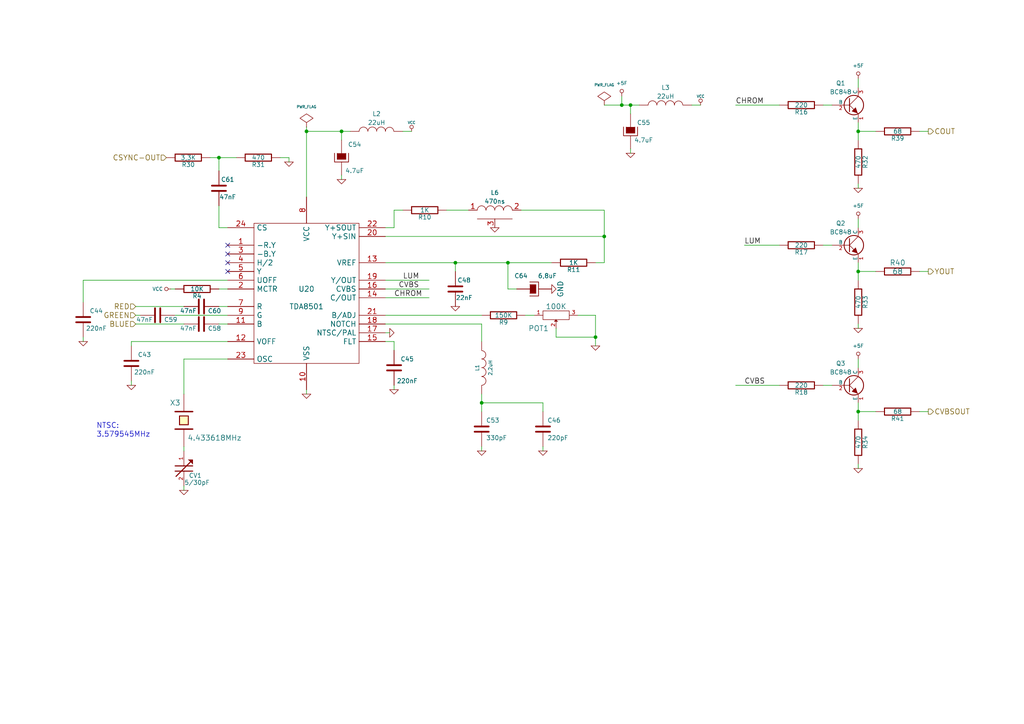
<source format=kicad_sch>
(kicad_sch (version 20231120) (generator "eeschema") (generator_version "8.0")
  (paper "A4")
  (title_block (title "Video") (date "Sun 22 Mar 2015") (rev "2.0B") (company "Kicad EDA"))
  (lib_symbols
    (symbol "video_schlib:+5F" (power) (pin_names (offset 0))
      (property "Value" "+5F" (at 0 2.54 0))
      (symbol "+5F_0_0"
        (pin power_in line (at 0 0 90) (length 0) hide (name "+5F") (number "1"))
      )
      (symbol "+5F_0_1"
        (polyline (pts (xy 0 0) (xy 0 1.016) (xy 0 1.016)))
        (circle (center 0 1.524) (radius 0.508))
      )
    )
    (symbol "video_schlib:C" (pin_numbers hide) (pin_names (offset 0.254))
      (property "Reference" "C" (at 0 2.54 0))
      (property "Value" "C" (at 0.1524 -2.159 0))
      (symbol "C_0_1"
        (polyline (pts (xy -2.032 -0.762) (xy 2.032 -0.762)) (stroke (width 0.508)))
        (polyline (pts (xy -2.032 0.762) (xy 2.032 0.762)) (stroke (width 0.508)))
      )
      (symbol "C_1_1"
        (pin passive line (at 0 5.08 270) (length 4.318) (name "~") (number "1"))
        (pin passive line (at 0 -5.08 90) (length 4.318) (name "~") (number "2"))
      )
    )
    (symbol "video_schlib:CP" (pin_numbers hide) (pin_names (offset 0.254) hide)
      (property "Reference" "C" (at 1.27 2.54 0))
      (property "Value" "CP" (at 1.27 -2.54 0))
      (symbol "CP_0_1"
        (polyline (pts (xy -2.032 1.27) (xy -2.032 -1.27) (xy 2.032 -1.27) (xy 2.032 1.27)) (stroke (width 0.2032)))
        (polyline (pts (xy -1.27 1.27) (xy -1.27 -0.508) (xy 1.27 -0.508) (xy 1.27 1.27)) (fill (type outline)))
      )
      (symbol "CP_1_1"
        (pin passive line (at 0 5.08 270) (length 3.81) (name "~") (number "1"))
        (pin passive line (at 0 -5.08 90) (length 3.81) (name "~") (number "2"))
      )
    )
    (symbol "video_schlib:CRYSTAL" (pin_numbers hide) (pin_names (offset 1.016) hide)
      (property "Reference" "X" (at 0 3.81 0))
      (property "Value" "CRYSTAL" (at 0 -3.81 0))
      (symbol "CRYSTAL_0_1"
        (polyline (pts (xy -2.54 2.54) (xy -2.54 -2.54)) (stroke (width 0.4064)))
        (polyline (pts (xy 2.54 2.54) (xy 2.54 -2.54)) (stroke (width 0.4064)))
        (polyline (pts (xy -1.27 1.27) (xy 1.27 1.27) (xy 1.27 -1.27) (xy -1.27 -1.27) (xy -1.27 1.27)) (stroke (width 0.3048)) (fill (type background)))
      )
      (symbol "CRYSTAL_1_1"
        (pin passive line (at -7.62 0 0) (length 5.08) (name "1") (number "1"))
        (pin passive line (at 7.62 0 180) (length 5.08) (name "2") (number "2"))
      )
    )
    (symbol "video_schlib:CTRIM" (pin_names (offset 0.254))
      (property "Reference" "C" (at 3.302 -2.032 0))
      (property "Value" "CTRIM" (at 3.81 -4.064 0))
      (symbol "CTRIM_0_1"
        (polyline (pts (xy -2.54 -0.762) (xy 2.54 -0.762)) (stroke (width 0.3048)))
        (polyline (pts (xy -2.54 0.762) (xy 2.54 0.762)) (stroke (width 0.3048)))
        (polyline (pts (xy -2.286 -2.286) (xy 1.905 1.905)) (stroke (width 0.3048)))
        (polyline (pts (xy 1.27 2.54) (xy 2.54 2.54) (xy 2.54 1.27)) (fill (type outline)))
      )
      (symbol "CTRIM_1_1"
        (pin passive line (at 0 5.08 270) (length 4.318) (name "~") (number "1"))
        (pin passive line (at 0 -5.08 90) (length 4.318) (name "~") (number "2"))
      )
    )
    (symbol "video_schlib:GND" (power) (pin_names (offset 0))
      (symbol "GND_0_1"
        (polyline (pts (xy -1.27 0) (xy 0 -1.27) (xy 1.27 0) (xy -1.27 0)))
      )
      (symbol "GND_1_1"
        (pin power_in line (at 0 0 90) (length 0) hide (name "GND") (number "1"))
      )
    )
    (symbol "video_schlib:INDUCTOR" (pin_numbers hide) (pin_names (offset 1.016) hide)
      (property "Reference" "L" (at -1.27 0 90))
      (property "Value" "INDUCTOR" (at 2.54 0 90))
      (symbol "INDUCTOR_0_1"
        (arc (start 0.0254 -5.0546) (mid 1.245 -3.7973) (end 0.0254 -2.54))
        (arc (start 0.0254 -2.5146) (mid 1.2704 -1.2319) (end 0.0254 0.0508))
        (arc (start 0.0254 0.0254) (mid 1.2704 1.3081) (end 0.0254 2.5908))
        (arc (start 0.0254 2.5654) (mid 1.1942 3.7719) (end 0.0254 4.9784))
      )
      (symbol "INDUCTOR_1_1"
        (pin passive line (at 0 7.62 270) (length 2.54) (name "1") (number "1"))
        (pin passive line (at 0 -7.62 90) (length 2.54) (name "2") (number "2"))
      )
    )
    (symbol "video_schlib:LIGNE_A_RETARD" (pin_names (offset 1.016) hide)
      (property "Reference" "L" (at 0 2.54 0))
      (property "Value" "LIGNE_A_RETARD" (at 0 -2.54 0))
      (symbol "LIGNE_A_RETARD_0_1"
        (arc (start 0 -5.0546) (mid 0.8839 -4.6863) (end 1.27 -3.81))
        (arc (start 0 -2.5146) (mid 0.8839 -2.1463) (end 1.27 -1.27))
        (polyline (pts (xy -2.54 5.08) (xy -2.54 -5.08)))
        (arc (start 0 0.0254) (mid 0.8839 0.3937) (end 1.27 1.27))
        (arc (start 0 2.5654) (mid 0.8839 2.9337) (end 1.27 3.81))
        (arc (start 1.27 -3.81) (mid 0.898 -2.912) (end 0 -2.54))
        (arc (start 1.27 -1.27) (mid 0.898 -0.372) (end 0 0))
        (arc (start 1.27 1.27) (mid 0.898 2.168) (end 0 2.54))
        (arc (start 1.27 3.81) (mid 0.898 4.708) (end 0 5.08))
      )
      (symbol "LIGNE_A_RETARD_1_1"
        (pin passive line (at 0 7.62 270) (length 2.54) (name "1") (number "1"))
        (pin passive line (at 0 -7.62 90) (length 2.54) (name "2") (number "2"))
        (pin input line (at -5.08 0 0) (length 2.54) (name "COMMUN") (number "3"))
      )
    )
    (symbol "video_schlib:NPN" (pin_names (offset 0))
      (property "Reference" "Q" (at 0 -3.81 0))
      (property "Value" "NPN" (at 0 3.81 0))
      (symbol "NPN_0_1"
        (polyline (pts (xy 0 0) (xy 2.54 2.54)))
        (polyline (pts (xy 0 1.905) (xy 0 -1.905) (xy 0 -1.905)) (stroke (width 0.254)))
        (polyline (pts (xy 1.27 -1.27) (xy 0 0) (xy 0 0)))
        (polyline (pts (xy 2.286 -2.286) (xy 2.54 -2.54) (xy 2.54 -2.54)))
        (polyline (pts (xy 2.286 -2.286) (xy 1.778 -0.762) (xy 0.762 -1.778) (xy 2.286 -2.286) (xy 2.286 -2.286)) (fill (type outline)))
        (circle (center 1.27 0) (radius 2.8194) (stroke (width 0.254)))
      )
      (symbol "NPN_1_1"
        (pin passive line (at 2.54 -5.08 90) (length 2.54) (name "E") (number "1"))
        (pin input line (at -5.08 0 0) (length 5.08) (name "B") (number "2"))
        (pin passive line (at 2.54 5.08 270) (length 2.54) (name "C") (number "3"))
      )
    )
    (symbol "video_schlib:POT" (pin_names (offset 1.016) hide)
      (property "Reference" "RV" (at 0 -2.54 0))
      (property "Value" "POT" (at 0 0 0))
      (symbol "POT_0_1"
        (rectangle (start -3.81 1.27) (end 3.81 -1.27))
        (polyline (pts (xy 0 1.27) (xy -0.508 1.778) (xy 0.508 1.778)) (fill (type outline)))
      )
      (symbol "POT_1_1"
        (pin passive line (at -6.35 0 0) (length 2.54) (name "1") (number "1"))
        (pin passive line (at 0 3.81 270) (length 2.032) (name "2") (number "2"))
        (pin passive line (at 6.35 0 180) (length 2.54) (name "3") (number "3"))
      )
    )
    (symbol "video_schlib:PWR_FLAG" (power) (pin_numbers hide) (pin_names (offset 0) hide)
      (property "Value" "PWR_FLAG" (at 0 4.572 0))
      (symbol "PWR_FLAG_0_0"
        (pin power_out line (at 0 0 90) (length 0) (name "pwr") (number "1"))
      )
      (symbol "PWR_FLAG_0_1"
        (polyline (pts (xy 0 0) (xy 0 1.27) (xy -1.905 2.54) (xy 0 3.81) (xy 1.905 2.54) (xy 0 1.27)))
      )
    )
    (symbol "video_schlib:R" (pin_numbers hide) (pin_names (offset 0))
      (property "Reference" "R" (at 2.032 0 90))
      (property "Value" "R" (at 0.1778 0.0254 90))
      (symbol "R_0_1"
        (rectangle (start -1.016 3.81) (end 1.016 -3.81) (stroke (width 0.3048)))
      )
      (symbol "R_1_1"
        (pin passive line (at 0 6.35 270) (length 2.54) (name "~") (number "1"))
        (pin passive line (at 0 -6.35 90) (length 2.54) (name "~") (number "2"))
      )
    )
    (symbol "video_schlib:TDA8501" (pin_names (offset 0.762))
      (property "Reference" "U" (at 8.89 24.13 0))
      (property "Value" "TDA8501" (at 8.89 -21.59 0))
      (symbol "TDA8501_0_1"
        (rectangle (start -15.24 21.59) (end 15.24 -19.05))
      )
      (symbol "TDA8501_1_1"
        (pin input line (at -22.86 15.24 0) (length 7.62) (name "-R.Y") (number "1"))
        (pin input line (at 0 -26.67 90) (length 7.62) (name "VSS") (number "10"))
        (pin input line (at -22.86 -7.62 0) (length 7.62) (name "B") (number "11"))
        (pin output line (at -22.86 -12.7 0) (length 7.62) (name "VOFF") (number "12"))
        (pin output line (at 22.86 10.16 180) (length 7.62) (name "VREF") (number "13"))
        (pin output line (at 22.86 0 180) (length 7.62) (name "C/OUT") (number "14"))
        (pin passive line (at 22.86 -12.7 180) (length 7.62) (name "FLT") (number "15"))
        (pin output line (at 22.86 2.54 180) (length 7.62) (name "CVBS") (number "16"))
        (pin input line (at 22.86 -10.16 180) (length 7.62) (name "NTSC/PAL") (number "17"))
        (pin input line (at 22.86 -7.62 180) (length 7.62) (name "NOTCH") (number "18"))
        (pin output line (at 22.86 5.08 180) (length 7.62) (name "Y/OUT") (number "19"))
        (pin input line (at -22.86 2.54 0) (length 7.62) (name "MCTR") (number "2"))
        (pin input line (at 22.86 17.78 180) (length 7.62) (name "Y+SIN") (number "20"))
        (pin passive line (at 22.86 -5.08 180) (length 7.62) (name "B/ADJ") (number "21"))
        (pin output line (at 22.86 20.32 180) (length 7.62) (name "Y+SOUT") (number "22"))
        (pin output line (at -22.86 -17.78 0) (length 7.62) (name "OSC") (number "23"))
        (pin input line (at -22.86 20.32 0) (length 7.62) (name "CS") (number "24"))
        (pin input line (at -22.86 12.7 0) (length 7.62) (name "-B.Y") (number "3"))
        (pin bidirectional line (at -22.86 10.16 0) (length 7.62) (name "H/2") (number "4"))
        (pin input line (at -22.86 7.62 0) (length 7.62) (name "Y") (number "5"))
        (pin output line (at -22.86 5.08 0) (length 7.62) (name "UOFF") (number "6"))
        (pin input line (at -22.86 -2.54 0) (length 7.62) (name "R") (number "7"))
        (pin input line (at 0 29.21 270) (length 7.62) (name "VCC") (number "8"))
        (pin input line (at -22.86 -5.08 0) (length 7.62) (name "G") (number "9"))
      )
    )
    (symbol "video_schlib:VCC" (power) (pin_names (offset 0))
      (property "Value" "VCC" (at 0 2.54 0))
      (symbol "VCC_0_0"
        (pin power_in line (at 0 0 90) (length 0) hide (name "VCC") (number "1"))
      )
      (symbol "VCC_0_1"
        (polyline (pts (xy 0 0) (xy 0 0.762) (xy 0 0.762)))
        (circle (center 0 1.27) (radius 0.508))
      )
    )
  )
  (junction (at 99.06 38.1) (diameter 0.9144))
  (junction (at 182.88 30.48) (diameter 0.9144))
  (junction (at 175.26 68.58) (diameter 0.9144))
  (junction (at 180.34 30.48) (diameter 0.9144))
  (junction (at 147.32 76.2) (diameter 0.9144))
  (junction (at 248.92 38.1) (diameter 0.9144))
  (junction (at 63.5 45.72) (diameter 0.9144))
  (junction (at 132.08 76.2) (diameter 0.9144))
  (junction (at 172.72 97.79) (diameter 0.9144))
  (junction (at 139.7 116.84) (diameter 0.9144))
  (junction (at 88.9 38.1) (diameter 0.9144))
  (junction (at 248.92 119.38) (diameter 0.9144))
  (junction (at 248.92 78.74) (diameter 0.9144))
  (no_connect (at 66.04 76.2))
  (no_connect (at 66.04 73.66))
  (no_connect (at 66.04 78.74))
  (no_connect (at 66.04 71.12))
  (wire (pts (xy 147.32 83.82) (xy 149.86 83.82)))
  (wire (pts (xy 66.04 81.28) (xy 24.13 81.28)))
  (wire (pts (xy 248.92 116.84) (xy 248.92 119.38)))
  (wire (pts (xy 139.7 93.98) (xy 139.7 99.06)))
  (wire (pts (xy 99.06 38.1) (xy 101.6 38.1)))
  (wire (pts (xy 111.76 83.82) (xy 124.46 83.82)))
  (wire (pts (xy 175.26 68.58) (xy 175.26 76.2)))
  (wire (pts (xy 38.1 99.06) (xy 66.04 99.06)))
  (wire (pts (xy 114.3 99.06) (xy 114.3 101.6)))
  (wire (pts (xy 248.92 76.2) (xy 248.92 78.74)))
  (wire (pts (xy 88.9 114.3) (xy 88.9 113.03)))
  (wire (pts (xy 38.1 111.76) (xy 38.1 110.49)))
  (wire (pts (xy 157.48 119.38) (xy 157.48 116.84)))
  (wire (pts (xy 132.08 76.2) (xy 132.08 78.74)))
  (wire (pts (xy 66.04 104.14) (xy 53.34 104.14)))
  (wire (pts (xy 180.34 30.48) (xy 182.88 30.48)))
  (wire (pts (xy 248.92 104.14) (xy 248.92 106.68)))
  (wire (pts (xy 53.34 130.81) (xy 53.34 129.54)))
  (wire (pts (xy 182.88 44.45) (xy 182.88 43.18)))
  (wire (pts (xy 266.7 119.38) (xy 269.24 119.38)))
  (wire (pts (xy 215.9 71.12) (xy 226.06 71.12)))
  (wire (pts (xy 116.84 60.96) (xy 114.3 60.96)))
  (wire (pts (xy 83.82 45.72) (xy 81.28 45.72)))
  (wire (pts (xy 111.76 86.36) (xy 124.46 86.36)))
  (wire (pts (xy 175.26 60.96) (xy 175.26 68.58)))
  (wire (pts (xy 147.32 76.2) (xy 147.32 83.82)))
  (wire (pts (xy 172.72 97.79) (xy 172.72 91.44)))
  (wire (pts (xy 248.92 22.86) (xy 248.92 25.4)))
  (wire (pts (xy 88.9 36.83) (xy 88.9 38.1)))
  (wire (pts (xy 139.7 114.3) (xy 139.7 116.84)))
  (wire (pts (xy 111.76 76.2) (xy 132.08 76.2)))
  (wire (pts (xy 157.48 116.84) (xy 139.7 116.84)))
  (wire (pts (xy 40.64 91.44) (xy 39.37 91.44)))
  (wire (pts (xy 99.06 38.1) (xy 99.06 40.64)))
  (wire (pts (xy 248.92 119.38) (xy 248.92 121.92)))
  (wire (pts (xy 88.9 38.1) (xy 88.9 57.15)))
  (wire (pts (xy 248.92 63.5) (xy 248.92 66.04)))
  (wire (pts (xy 88.9 38.1) (xy 99.06 38.1)))
  (wire (pts (xy 99.06 52.07) (xy 99.06 50.8)))
  (wire (pts (xy 66.04 88.9) (xy 63.5 88.9)))
  (wire (pts (xy 24.13 99.06) (xy 24.13 97.79)))
  (wire (pts (xy 161.29 97.79) (xy 172.72 97.79)))
  (wire (pts (xy 63.5 45.72) (xy 68.58 45.72)))
  (wire (pts (xy 266.7 78.74) (xy 269.24 78.74)))
  (wire (pts (xy 114.3 113.03) (xy 114.3 111.76)))
  (wire (pts (xy 114.3 60.96) (xy 114.3 66.04)))
  (wire (pts (xy 161.29 95.25) (xy 161.29 97.79)))
  (wire (pts (xy 114.3 66.04) (xy 111.76 66.04)))
  (wire (pts (xy 111.76 81.28) (xy 124.46 81.28)))
  (wire (pts (xy 49.53 83.82) (xy 50.8 83.82)))
  (wire (pts (xy 213.36 111.76) (xy 226.06 111.76)))
  (wire (pts (xy 182.88 30.48) (xy 182.88 33.02)))
  (wire (pts (xy 152.4 91.44) (xy 154.94 91.44)))
  (wire (pts (xy 248.92 38.1) (xy 254 38.1)))
  (wire (pts (xy 63.5 66.04) (xy 66.04 66.04)))
  (wire (pts (xy 172.72 91.44) (xy 167.64 91.44)))
  (wire (pts (xy 116.84 38.1) (xy 119.38 38.1)))
  (wire (pts (xy 111.76 93.98) (xy 139.7 93.98)))
  (wire (pts (xy 139.7 130.81) (xy 139.7 129.54)))
  (wire (pts (xy 113.03 96.52) (xy 111.76 96.52)))
  (wire (pts (xy 53.34 93.98) (xy 39.37 93.98)))
  (wire (pts (xy 132.08 76.2) (xy 147.32 76.2)))
  (wire (pts (xy 248.92 38.1) (xy 248.92 40.64)))
  (wire (pts (xy 248.92 35.56) (xy 248.92 38.1)))
  (wire (pts (xy 248.92 78.74) (xy 248.92 81.28)))
  (wire (pts (xy 175.26 76.2) (xy 172.72 76.2)))
  (wire (pts (xy 238.76 71.12) (xy 241.3 71.12)))
  (wire (pts (xy 269.24 38.1) (xy 266.7 38.1)))
  (wire (pts (xy 53.34 88.9) (xy 39.37 88.9)))
  (wire (pts (xy 63.5 45.72) (xy 63.5 49.53)))
  (wire (pts (xy 66.04 93.98) (xy 63.5 93.98)))
  (wire (pts (xy 111.76 99.06) (xy 114.3 99.06)))
  (wire (pts (xy 66.04 91.44) (xy 50.8 91.44)))
  (wire (pts (xy 248.92 95.25) (xy 248.92 93.98)))
  (wire (pts (xy 238.76 111.76) (xy 241.3 111.76)))
  (wire (pts (xy 248.92 135.89) (xy 248.92 134.62)))
  (wire (pts (xy 83.82 46.99) (xy 83.82 45.72)))
  (wire (pts (xy 151.13 60.96) (xy 175.26 60.96)))
  (wire (pts (xy 200.66 30.48) (xy 203.2 30.48)))
  (wire (pts (xy 63.5 59.69) (xy 63.5 66.04)))
  (wire (pts (xy 24.13 81.28) (xy 24.13 87.63)))
  (wire (pts (xy 248.92 54.61) (xy 248.92 53.34)))
  (wire (pts (xy 248.92 78.74) (xy 254 78.74)))
  (wire (pts (xy 213.36 30.48) (xy 226.06 30.48)))
  (wire (pts (xy 111.76 91.44) (xy 139.7 91.44)))
  (wire (pts (xy 147.32 76.2) (xy 160.02 76.2)))
  (wire (pts (xy 111.76 68.58) (xy 175.26 68.58)))
  (wire (pts (xy 172.72 100.33) (xy 172.72 97.79)))
  (wire (pts (xy 38.1 100.33) (xy 38.1 99.06)))
  (wire (pts (xy 248.92 119.38) (xy 254 119.38)))
  (wire (pts (xy 180.34 30.48) (xy 180.34 27.94)))
  (wire (pts (xy 238.76 30.48) (xy 241.3 30.48)))
  (wire (pts (xy 63.5 83.82) (xy 66.04 83.82)))
  (wire (pts (xy 60.96 45.72) (xy 63.5 45.72)))
  (wire (pts (xy 182.88 30.48) (xy 185.42 30.48)))
  (wire (pts (xy 139.7 116.84) (xy 139.7 119.38)))
  (wire (pts (xy 53.34 104.14) (xy 53.34 114.3)))
  (wire (pts (xy 129.54 60.96) (xy 135.89 60.96)))
  (wire (pts (xy 175.26 30.48) (xy 180.34 30.48)))
  (wire (pts (xy 53.34 142.24) (xy 53.34 140.97)))
  (wire (pts (xy 157.48 129.54) (xy 157.48 130.81)))
  (text "3.579545MHz" (at 27.94 127 0) (effects (font (size 1.524 1.524)) (justify left bottom)))
  (text "NTSC:" (at 27.94 124.46 0) (effects (font (size 1.524 1.524)) (justify left bottom)))
  (label "CHROM" (at 114.3 86.36 0) (effects (font (size 1.524 1.524))))
  (label "LUM" (at 116.84 81.28 0) (effects (font (size 1.524 1.524))))
  (label "CVBS" (at 115.57 83.82 0) (effects (font (size 1.524 1.524))))
  (label "CVBS" (at 215.9 111.76 0) (effects (font (size 1.524 1.524))))
  (label "LUM" (at 215.9 71.12 0) (effects (font (size 1.524 1.524))))
  (label "CHROM" (at 213.36 30.48 0) (effects (font (size 1.524 1.524))))
  (hierarchical_label "BLUE" (shape input) (at 39.37 93.98 180) (effects (font (size 1.524 1.524))))
  (hierarchical_label "COUT" (shape output) (at 269.24 38.1 0) (effects (font (size 1.524 1.524))))
  (hierarchical_label "CVBSOUT" (shape output) (at 269.24 119.38 0) (effects (font (size 1.524 1.524))))
  (hierarchical_label "CSYNC-OUT" (shape input) (at 48.26 45.72 180) (effects (font (size 1.524 1.524))))
  (hierarchical_label "YOUT" (shape output) (at 269.24 78.74 0) (effects (font (size 1.524 1.524))))
  (hierarchical_label "RED" (shape input) (at 39.37 88.9 180) (effects (font (size 1.524 1.524))))
  (hierarchical_label "GREEN" (shape input) (at 39.37 91.44 180) (effects (font (size 1.524 1.524))))
  (symbol (lib_id "video_schlib:TDA8501") (at 88.9 86.36 0) (unit 1)
    (property "Reference" "U20" (at 88.9 83.82 0) (effects (font (size 1.524 1.524))))
    (property "Value" "TDA8501" (at 88.9 88.9 0) (effects (font (size 1.524 1.524))))
    (property "Footprint" "Package_SO:SOIC-24W_7.5x15.4mm_P1.27mm" (effects (hide yes)))
  )
  (symbol (lib_id "video_schlib:C") (at 58.42 93.98 270) (unit 1)
    (property "Reference" "C58" (at 62.23 95.25 90))
    (property "Value" "47nF" (at 54.61 95.25 90))
    (property "Footprint" "Resistor_SMD:R_1206_3216Metric_Pad1.24x1.80mm_HandSolder" (effects (hide yes)))
  )
  (symbol (lib_id "video_schlib:C") (at 45.72 91.44 270) (unit 1)
    (property "Reference" "C59" (at 49.53 92.71 90))
    (property "Value" "47nF" (at 41.91 92.71 90))
    (property "Footprint" "Resistor_SMD:R_1206_3216Metric_Pad1.24x1.80mm_HandSolder" (effects (hide yes)))
  )
  (symbol (lib_id "video_schlib:C") (at 58.42 88.9 270) (unit 1)
    (property "Reference" "C60" (at 62.23 90.17 90))
    (property "Value" "47nF" (at 54.61 90.17 90))
    (property "Footprint" "Resistor_SMD:R_1206_3216Metric_Pad1.24x1.80mm_HandSolder" (effects (hide yes)))
  )
  (symbol (lib_id "video_schlib:GND") (at 88.9 114.3 0) (unit 1)
    (property "Reference" "#GND012" (effects (hide yes)))
    (property "Value" "GND" (effects (hide yes)))
  )
  (symbol (lib_id "video_schlib:INDUCTOR") (at 109.22 38.1 270) (mirror x) (unit 1)
    (property "Reference" "L2" (at 109.22 33.02 90))
    (property "Value" "22uH" (at 109.22 35.56 90))
    (property "Footprint" "Resistor_SMD:R_1812_4532Metric_Pad1.24x3.50mm_HandSolder" (effects (hide yes)))
  )
  (symbol (lib_id "video_schlib:CP") (at 99.06 45.72 0) (unit 1)
    (property "Reference" "C54" (at 102.87 41.91 0))
    (property "Value" "4.7uF" (at 102.87 49.53 0))
    (property "Footprint" "Resistor_SMD:R_1206_3216Metric_Pad1.24x1.80mm_HandSolder" (effects (hide yes)))
  )
  (symbol (lib_id "video_schlib:GND") (at 99.06 52.07 0) (unit 1)
    (property "Reference" "#GND013" (effects (hide yes)))
    (property "Value" "GND" (effects (hide yes)))
  )
  (symbol (lib_id "video_schlib:R") (at 123.19 60.96 270) (unit 1)
    (property "Reference" "R10" (at 123.19 62.992 90))
    (property "Value" "1K" (at 123.19 60.96 90))
    (property "Footprint" "Resistor_SMD:R_1206_3216Metric_Pad1.24x1.80mm_HandSolder" (effects (hide yes)))
  )
  (symbol (lib_id "video_schlib:C") (at 63.5 54.61 0) (unit 1)
    (property "Reference" "C61" (at 66.04 52.07 0))
    (property "Value" "47nF" (at 66.04 57.15 0))
    (property "Footprint" "Resistor_SMD:R_1206_3216Metric_Pad1.24x1.80mm_HandSolder" (effects (hide yes)))
  )
  (symbol (lib_id "video_schlib:C") (at 38.1 105.41 0) (unit 1)
    (property "Reference" "C43" (at 41.91 102.87 0))
    (property "Value" "220nF" (at 41.91 107.95 0))
    (property "Footprint" "Resistor_SMD:R_1206_3216Metric_Pad1.24x1.80mm_HandSolder" (effects (hide yes)))
  )
  (symbol (lib_id "video_schlib:GND") (at 38.1 111.76 0) (unit 1)
    (property "Reference" "#GND014" (effects (hide yes)))
    (property "Value" "GND" (effects (hide yes)))
  )
  (symbol (lib_id "video_schlib:C") (at 24.13 92.71 0) (unit 1)
    (property "Reference" "C44" (at 27.94 90.17 0))
    (property "Value" "220nF" (at 27.94 95.25 0))
    (property "Footprint" "Resistor_SMD:R_1206_3216Metric_Pad1.24x1.80mm_HandSolder" (effects (hide yes)))
  )
  (symbol (lib_id "video_schlib:GND") (at 24.13 99.06 0) (unit 1)
    (property "Reference" "#GND015" (effects (hide yes)))
    (property "Value" "GND" (effects (hide yes)))
  )
  (symbol (lib_id "video_schlib:CRYSTAL") (at 53.34 121.92 90) (unit 1)
    (property "Reference" "X3" (at 50.8 116.84 90) (effects (font (size 1.524 1.524))))
    (property "Value" "4.433618MHz" (at 62.23 127 90) (effects (font (size 1.524 1.524))))
    (property "Footprint" "Crystal:Crystal_HC18-U_Horizontal" (effects (hide yes)))
  )
  (symbol (lib_id "video_schlib:CTRIM") (at 53.34 135.89 0) (unit 1)
    (property "Reference" "CV1" (at 56.642 137.922 0))
    (property "Value" "5/30pF" (at 57.15 139.954 0))
    (property "Footprint" "Discret:CV3-30PF" (effects (hide yes)))
  )
  (symbol (lib_id "video_schlib:GND") (at 53.34 142.24 0) (unit 1)
    (property "Reference" "#GND016" (effects (hide yes)))
    (property "Value" "GND" (effects (hide yes)))
  )
  (symbol (lib_id "video_schlib:R") (at 166.37 76.2 270) (unit 1)
    (property "Reference" "R11" (at 166.37 78.232 90))
    (property "Value" "1K" (at 166.37 76.2 90))
    (property "Footprint" "Resistor_SMD:R_1206_3216Metric_Pad1.24x1.80mm_HandSolder" (effects (hide yes)))
  )
  (symbol (lib_id "video_schlib:CP") (at 154.94 83.82 90) (unit 1)
    (property "Reference" "C64" (at 151.13 80.01 90))
    (property "Value" "6,8uF" (at 158.75 80.01 90))
    (property "Footprint" "Resistor_SMD:R_1210_3225Metric_Pad1.24x2.70mm_HandSolder" (effects (hide yes)))
  )
  (symbol (lib_id "video_schlib:GND") (at 160.02 83.82 90) (unit 1)
    (property "Reference" "#GND017" (effects (hide yes)))
    (property "Value" "GND" (at 162.56 83.82 0) (effects (font (size 1.524 1.524))))
  )
  (symbol (lib_id "video_schlib:C") (at 132.08 83.82 180) (unit 1)
    (property "Reference" "C48" (at 134.62 81.28 0))
    (property "Value" "22nF" (at 134.62 86.36 0))
    (property "Footprint" "Resistor_SMD:R_1206_3216Metric_Pad1.24x1.80mm_HandSolder" (effects (hide yes)))
  )
  (symbol (lib_id "video_schlib:GND") (at 132.08 88.9 0) (unit 1)
    (property "Reference" "#GND018" (effects (hide yes)))
    (property "Value" "GND" (effects (hide yes)))
  )
  (symbol (lib_id "video_schlib:C") (at 114.3 106.68 0) (unit 1)
    (property "Reference" "C45" (at 118.11 104.14 0))
    (property "Value" "220nF" (at 118.11 110.49 0))
    (property "Footprint" "Resistor_SMD:R_1206_3216Metric_Pad1.24x1.80mm_HandSolder" (effects (hide yes)))
  )
  (symbol (lib_id "video_schlib:GND") (at 114.3 113.03 0) (unit 1)
    (property "Reference" "#GND019" (effects (hide yes)))
    (property "Value" "GND" (effects (hide yes)))
  )
  (symbol (lib_id "video_schlib:R") (at 74.93 45.72 270) (unit 1)
    (property "Reference" "R31" (at 74.93 47.752 90))
    (property "Value" "470" (at 74.93 45.72 90))
    (property "Footprint" "Resistor_SMD:R_1206_3216Metric_Pad1.24x1.80mm_HandSolder" (effects (hide yes)))
  )
  (symbol (lib_id "video_schlib:R") (at 54.61 45.72 270) (unit 1)
    (property "Reference" "R30" (at 54.61 47.752 90))
    (property "Value" "3,3K" (at 54.61 45.72 90))
    (property "Footprint" "Resistor_SMD:R_1206_3216Metric_Pad1.24x1.80mm_HandSolder" (effects (hide yes)))
  )
  (symbol (lib_id "video_schlib:GND") (at 83.82 46.99 0) (unit 1)
    (property "Reference" "#GND020" (effects (hide yes)))
    (property "Value" "GND" (effects (hide yes)))
  )
  (symbol (lib_id "video_schlib:INDUCTOR") (at 139.7 106.68 0) (unit 1)
    (property "Reference" "L1" (at 138.43 106.68 90) (effects (font (size 1.016 1.016))))
    (property "Value" "2,2uH" (at 142.24 106.68 90) (effects (font (size 1.016 1.016))))
    (property "Footprint" "Resistor_SMD:R_1812_4532Metric_Pad1.24x3.50mm_HandSolder" (effects (hide yes)))
  )
  (symbol (lib_id "video_schlib:C") (at 139.7 124.46 0) (unit 1)
    (property "Reference" "C53" (at 140.97 121.92 0) (effects (justify left)))
    (property "Value" "330pF" (at 140.97 127 0) (effects (justify left)))
    (property "Footprint" "Resistor_SMD:R_1206_3216Metric_Pad1.24x1.80mm_HandSolder" (effects (hide yes)))
  )
  (symbol (lib_id "video_schlib:C") (at 157.48 124.46 0) (unit 1)
    (property "Reference" "C46" (at 158.75 121.92 0) (effects (justify left)))
    (property "Value" "220pF" (at 158.75 127 0) (effects (justify left)))
    (property "Footprint" "Resistor_SMD:R_1206_3216Metric_Pad1.24x1.80mm_HandSolder" (effects (hide yes)))
  )
  (symbol (lib_id "video_schlib:GND") (at 139.7 130.81 0) (unit 1)
    (property "Reference" "#GND021" (effects (hide yes)))
    (property "Value" "GND" (effects (hide yes)))
  )
  (symbol (lib_id "video_schlib:GND") (at 157.48 130.81 0) (unit 1)
    (property "Reference" "#GND022" (effects (hide yes)))
    (property "Value" "GND" (effects (hide yes)))
  )
  (symbol (lib_id "video_schlib:NPN") (at 246.38 30.48 0) (unit 1)
    (property "Reference" "Q1" (at 243.84 24.13 0))
    (property "Value" "BC848" (at 243.84 26.67 0))
    (property "Footprint" "lib_smd:SOT23EBC" (effects (hide yes)))
  )
  (symbol (lib_id "video_schlib:R") (at 232.41 30.48 270) (unit 1)
    (property "Reference" "R16" (at 232.41 32.512 90))
    (property "Value" "220" (at 232.41 30.48 90))
    (property "Footprint" "Resistor_SMD:R_1206_3216Metric_Pad1.24x1.80mm_HandSolder" (effects (hide yes)))
  )
  (symbol (lib_id "video_schlib:R") (at 248.92 46.99 0) (unit 1)
    (property "Reference" "R32" (at 250.952 46.99 90))
    (property "Value" "470" (at 248.92 46.99 90))
    (property "Footprint" "Resistor_SMD:R_1206_3216Metric_Pad1.24x1.80mm_HandSolder" (effects (hide yes)))
  )
  (symbol (lib_id "video_schlib:R") (at 260.35 38.1 270) (unit 1)
    (property "Reference" "R39" (at 260.35 40.132 90))
    (property "Value" "68" (at 260.35 38.1 90))
    (property "Footprint" "Resistor_SMD:R_1206_3216Metric_Pad1.24x1.80mm_HandSolder" (effects (hide yes)))
  )
  (symbol (lib_id "video_schlib:GND") (at 248.92 54.61 0) (unit 1)
    (property "Reference" "#GND023" (effects (hide yes)))
    (property "Value" "GND" (effects (hide yes)))
  )
  (symbol (lib_id "video_schlib:INDUCTOR") (at 193.04 30.48 270) (mirror x) (unit 1)
    (property "Reference" "L3" (at 193.04 25.4 90))
    (property "Value" "22uH" (at 193.04 27.94 90))
    (property "Footprint" "Resistor_SMD:R_1812_4532Metric_Pad1.24x3.50mm_HandSolder" (effects (hide yes)))
  )
  (symbol (lib_id "video_schlib:CP") (at 182.88 38.1 0) (unit 1)
    (property "Reference" "C55" (at 186.69 35.56 0))
    (property "Value" "4.7uF" (at 186.69 40.64 0))
    (property "Footprint" "Resistor_SMD:R_1210_3225Metric_Pad1.24x2.70mm_HandSolder" (effects (hide yes)))
  )
  (symbol (lib_id "video_schlib:GND") (at 182.88 44.45 0) (unit 1)
    (property "Reference" "#GND024" (effects (hide yes)))
    (property "Value" "GND" (effects (hide yes)))
  )
  (symbol (lib_id "video_schlib:NPN") (at 246.38 71.12 0) (unit 1)
    (property "Reference" "Q2" (at 243.84 64.77 0))
    (property "Value" "BC848" (at 243.84 67.31 0))
    (property "Footprint" "lib_smd:SOT23EBC" (effects (hide yes)))
  )
  (symbol (lib_id "video_schlib:GND") (at 248.92 95.25 0) (unit 1)
    (property "Reference" "#GND025" (effects (hide yes)))
    (property "Value" "GND" (effects (hide yes)))
  )
  (symbol (lib_id "video_schlib:R") (at 248.92 87.63 0) (unit 1)
    (property "Reference" "R33" (at 250.952 87.63 90))
    (property "Value" "470" (at 248.92 87.63 90))
    (property "Footprint" "Resistor_SMD:R_1206_3216Metric_Pad1.24x1.80mm_HandSolder" (effects (hide yes)))
  )
  (symbol (lib_id "video_schlib:R") (at 260.35 78.74 90) (unit 1)
    (property "Reference" "R40" (at 260.35 76.2 90) (effects (font (size 1.524 1.524))))
    (property "Value" "68" (at 260.35 78.74 90) (effects (font (size 1.524 1.524))))
    (property "Footprint" "Resistor_SMD:R_1206_3216Metric_Pad1.24x1.80mm_HandSolder" (effects (hide yes)))
  )
  (symbol (lib_id "video_schlib:R") (at 232.41 71.12 270) (unit 1)
    (property "Reference" "R17" (at 232.41 73.152 90))
    (property "Value" "220" (at 232.41 71.12 90))
    (property "Footprint" "Resistor_SMD:R_1206_3216Metric_Pad1.24x1.80mm_HandSolder" (effects (hide yes)))
  )
  (symbol (lib_id "video_schlib:NPN") (at 246.38 111.76 0) (unit 1)
    (property "Reference" "Q3" (at 243.84 105.41 0))
    (property "Value" "BC848" (at 243.84 107.95 0))
    (property "Footprint" "lib_smd:SOT23EBC" (effects (hide yes)))
  )
  (symbol (lib_id "video_schlib:GND") (at 248.92 135.89 0) (unit 1)
    (property "Reference" "#GND026" (effects (hide yes)))
    (property "Value" "GND" (effects (hide yes)))
  )
  (symbol (lib_id "video_schlib:R") (at 248.92 128.27 0) (unit 1)
    (property "Reference" "R34" (at 250.952 128.27 90))
    (property "Value" "470" (at 248.92 128.27 90))
    (property "Footprint" "Resistor_SMD:R_1206_3216Metric_Pad1.24x1.80mm_HandSolder" (effects (hide yes)))
  )
  (symbol (lib_id "video_schlib:R") (at 260.35 119.38 270) (unit 1)
    (property "Reference" "R41" (at 260.35 121.412 90))
    (property "Value" "68" (at 260.35 119.38 90))
    (property "Footprint" "Resistor_SMD:R_1206_3216Metric_Pad1.24x1.80mm_HandSolder" (effects (hide yes)))
  )
  (symbol (lib_id "video_schlib:R") (at 232.41 111.76 270) (unit 1)
    (property "Reference" "R18" (at 232.41 113.792 90))
    (property "Value" "220" (at 232.41 111.76 90))
    (property "Footprint" "Resistor_SMD:R_1206_3216Metric_Pad1.24x1.80mm_HandSolder" (effects (hide yes)))
  )
  (symbol (lib_id "video_schlib:R") (at 146.05 91.44 270) (unit 1)
    (property "Reference" "R9" (at 146.05 93.472 90))
    (property "Value" "150K" (at 146.05 91.44 90))
    (property "Footprint" "Resistor_SMD:R_1206_3216Metric_Pad1.24x1.80mm_HandSolder" (effects (hide yes)))
  )
  (symbol (lib_id "video_schlib:POT") (at 161.29 91.44 0) (mirror x) (unit 1)
    (property "Reference" "POT1" (at 156.21 95.25 0) (effects (font (size 1.524 1.524))))
    (property "Value" "100K" (at 161.29 88.9 0) (effects (font (size 1.524 1.524))))
    (property "Footprint" "lib_smd:POT_CMS" (effects (hide yes)))
  )
  (symbol (lib_id "video_schlib:GND") (at 172.72 100.33 0) (unit 1)
    (property "Reference" "#GND027" (effects (hide yes)))
    (property "Value" "GND" (effects (hide yes)))
  )
  (symbol (lib_id "video_schlib:R") (at 57.15 83.82 270) (unit 1)
    (property "Reference" "R4" (at 57.15 85.852 90))
    (property "Value" "10K" (at 57.15 83.82 90))
    (property "Footprint" "Resistor_SMD:R_1206_3216Metric_Pad1.24x1.80mm_HandSolder" (effects (hide yes)))
  )
  (symbol (lib_id "video_schlib:VCC") (at 49.53 83.82 90) (unit 1)
    (property "Reference" "#PWR011" (effects (hide yes)))
    (property "Value" "VCC" (at 45.72 83.82 90) (effects (font (size 1.016 1.016))))
  )
  (symbol (lib_id "video_schlib:GND") (at 113.03 96.52 90) (unit 1)
    (property "Reference" "#PWR010" (effects (hide yes)))
    (property "Value" "GND" (effects (hide yes)))
  )
  (symbol (lib_id "video_schlib:LIGNE_A_RETARD") (at 143.51 60.96 90) (unit 1)
    (property "Reference" "L6" (at 143.51 55.88 90))
    (property "Value" "470ns" (at 143.51 58.42 90))
    (property "Footprint" "footprints:LRTDK" (effects (hide yes)))
  )
  (symbol (lib_id "video_schlib:GND") (at 143.51 66.04 0) (unit 1)
    (property "Reference" "#PWR09" (effects (hide yes)))
    (property "Value" "GND" (effects (hide yes)))
  )
  (symbol (lib_id "video_schlib:PWR_FLAG") (at 175.26 30.48 0) (unit 1)
    (property "Reference" "#FLG08" (effects (hide yes)))
    (property "Value" "PWR_FLAG" (at 175.26 24.638 0) (effects (font (size 0.762 0.762))))
  )
  (symbol (lib_id "video_schlib:PWR_FLAG") (at 88.9 36.83 0) (unit 1)
    (property "Reference" "#FLG07" (effects (hide yes)))
    (property "Value" "PWR_FLAG" (at 88.9 30.988 0) (effects (font (size 0.762 0.762))))
  )
  (symbol (lib_id "video_schlib:VCC") (at 203.2 30.48 0) (unit 1)
    (property "Reference" "#VCC033" (effects (hide yes)))
    (property "Value" "VCC" (at 203.2 27.94 0) (effects (font (size 0.762 0.762))))
  )
  (symbol (lib_id "video_schlib:+5F") (at 248.92 104.14 0) (unit 1)
    (property "Reference" "#+032" (effects (hide yes)))
    (property "Value" "+5F" (at 248.92 100.33 0) (effects (font (size 1.016 1.016))))
  )
  (symbol (lib_id "video_schlib:+5F") (at 248.92 63.5 0) (unit 1)
    (property "Reference" "#+031" (effects (hide yes)))
    (property "Value" "+5F" (at 248.92 59.69 0) (effects (font (size 1.016 1.016))))
  )
  (symbol (lib_id "video_schlib:+5F") (at 180.34 27.94 0) (unit 1)
    (property "Reference" "#+030" (effects (hide yes)))
    (property "Value" "+5F" (at 180.34 24.13 0) (effects (font (size 1.016 1.016))))
  )
  (symbol (lib_id "video_schlib:+5F") (at 248.92 22.86 0) (unit 1)
    (property "Reference" "#+029" (effects (hide yes)))
    (property "Value" "+5F" (at 248.92 19.05 0) (effects (font (size 1.016 1.016))))
  )
  (symbol (lib_id "video_schlib:VCC") (at 119.38 38.1 0) (unit 1)
    (property "Reference" "#VCC028" (effects (hide yes)))
    (property "Value" "VCC" (at 119.38 35.56 0) (effects (font (size 0.762 0.762))))
  )
)
</source>
